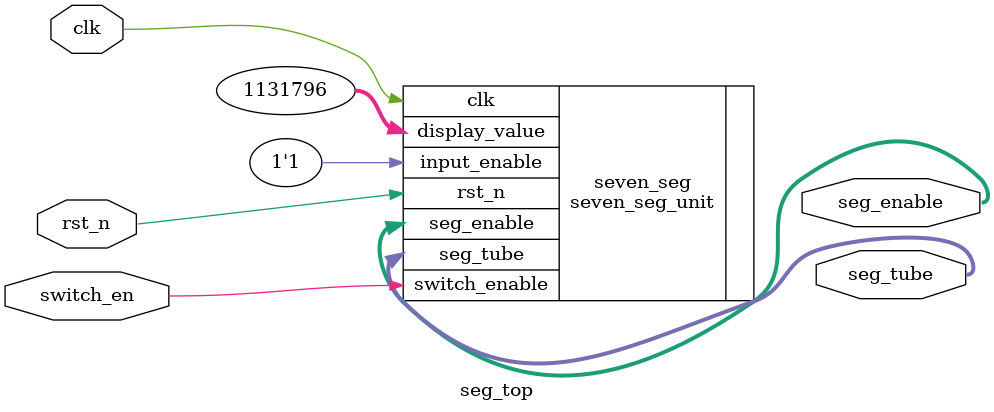
<source format=v>
`timescale 1ns / 1ps
`include "../../new/definitions.v"

module seg_top (
    input clk, rst_n, switch_en,
    output [6 : 0] seg_tube,
    output [7 : 0] seg_enable
);

seven_seg_unit seven_seg (
    .clk(clk),
    .rst_n(rst_n),
    .display_value(32'h00114514),
    .switch_enable(switch_en),
    .input_enable(1'b1),
    .seg_tube(seg_tube),
    .seg_enable(seg_enable)
);

endmodule
</source>
